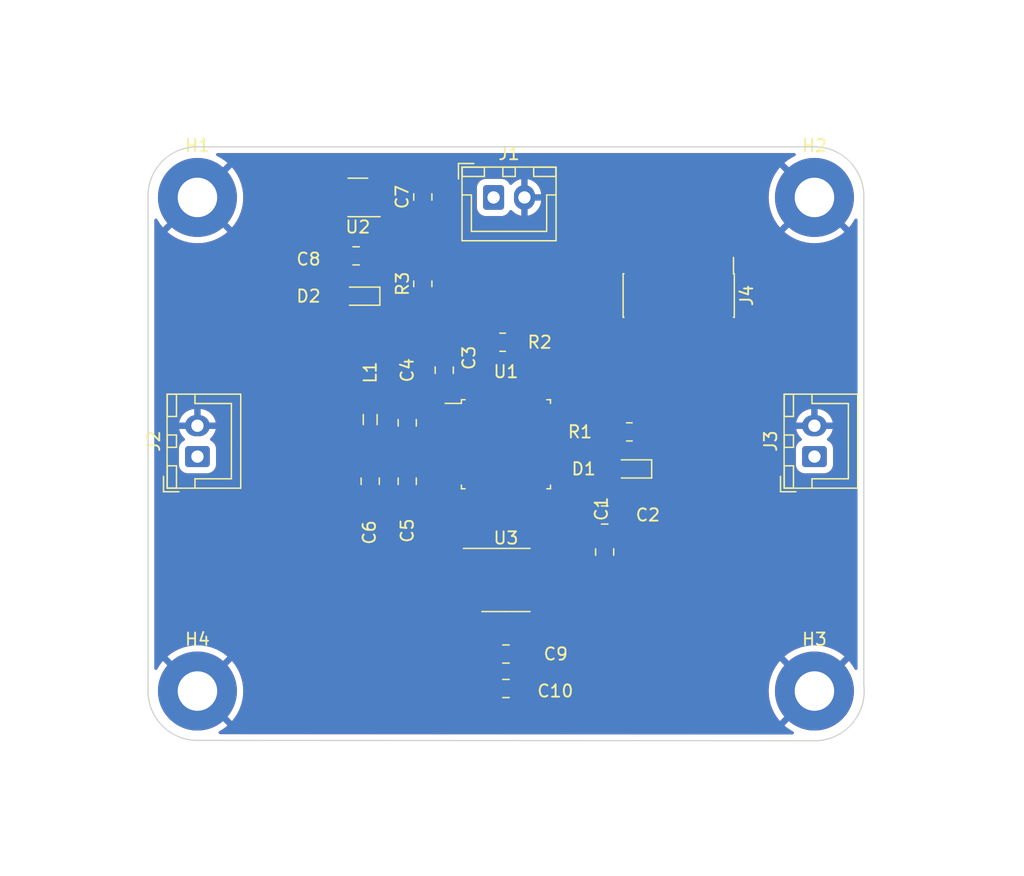
<source format=kicad_pcb>
(kicad_pcb (version 20211014) (generator pcbnew)
  (layers (0 "F.Cu" signal) (31 "B.Cu" signal) (34 "B.Paste" user) (35 "F.Paste" user) (36 "B.SilkS" user "B.Silkscreen") (37 "F.SilkS" user "F.Silkscreen") (38 "B.Mask" user) (39 "F.Mask" user) (44 "Edge.Cuts" user))
  (net 0 "")
  (net 1 "+3.3V")
  (net 2 "GND")
  (net 3 "NRST")
  (net 4 "+3.3VA")
  (net 5 "Net-(C5-Pad2)")
  (net 6 "+5V")
  (net 7 "+3V3")
  (net 8 "LED_STATUS")
  (net 9 "Net-(D2-Pad1)")
  (net 10 "ADC_IN1")
  (net 11 "DAC_OUT")
  (net 14 "SWDIO")
  (net 15 "SWDCK")
  (net 19 "USART2_RX")
  (net 20 "USART2_TX")
  (net 21 "Net-(R2-Pad1)")
  (net 24 "DAC_nLDAC")
  (net 25 "DAC_nCS")
  (net 26 "SPI1_SCK")
  (net 28 "SPI1_MOSI")
  (net 42 "Net-(R1-Pad1)")
  (footprint "Capacitor_SMD:C_0805_2012Metric_Pad1.18x1.45mm_HandSolder" (layer "F.Cu") (at 124 78 -90)
    (fp_text reference "C5" (at 4 0 90) (layer "F.SilkS"))
    (fp_text value "1u")
    (fp_line (start -0.261252 -0.735) (end 0.261252 -0.735) (layer "F.SilkS") (width 0.12))
    (fp_line (start -0.261252 0.735) (end 0.261252 0.735) (layer "F.SilkS") (width 0.12))
    (pad "1" smd roundrect (at -1.0375 0 270) (size 1.175 1.45) (layers "F.Cu" "F.Paste" "F.Mask") (roundrect_rratio 0.212766) (net 4 "+3.3VA"))
    (pad "2" smd roundrect (at 1.0375 0 270) (size 1.175 1.45) (layers "F.Cu" "F.Paste" "F.Mask") (roundrect_rratio 0.212766) (net 5 "Net-(C5-Pad2)"))
  )
  (footprint "Connector_JST:JST_XH_B2B-XH-A_1x02_P2.50mm_Vertical" (layer "F.Cu") (at 131 55)
    (fp_text reference "J1" (at 1.25 -3.55) (layer "F.SilkS"))
    (fp_text value "POWER")
    (fp_line (start -2.85 -2.75) (end -2.85 -1.5) (layer "F.SilkS") (width 0.12))
    (fp_line (start 0.75 -1.7) (end 1.75 -1.7) (layer "F.SilkS") (width 0.12))
    (fp_line (start 4.3 -0.2) (end 4.3 2.75) (layer "F.SilkS") (width 0.12))
    (fp_line (start 0.75 -2.45) (end 0.75 -1.7) (layer "F.SilkS") (width 0.12))
    (fp_line (start -1.6 -2.75) (end -2.85 -2.75) (layer "F.SilkS") (width 0.12))
    (fp_line (start -1.8 2.75) (end 1.25 2.75) (layer "F.SilkS") (width 0.12))
    (fp_line (start -0.75 -2.45) (end -2.55 -2.45) (layer "F.SilkS") (width 0.12))
    (fp_line (start 4.3 2.75) (end 1.25 2.75) (layer "F.SilkS") (width 0.12))
    (fp_line (start -2.56 3.51) (end 5.06 3.51) (layer "F.SilkS") (width 0.12))
    (fp_line (start 5.05 -0.2) (end 4.3 -0.2) (layer "F.SilkS") (width 0.12))
    (fp_line (start 5.06 -2.46) (end -2.56 -2.46) (layer "F.SilkS") (width 0.12))
    (fp_line (start 1.75 -1.7) (end 1.75 -2.45) (layer "F.SilkS") (width 0.12))
    (fp_line (start -2.55 -2.45) (end -2.55 -1.7) (layer "F.SilkS") (width 0.12))
    (fp_line (start 1.75 -2.45) (end 0.75 -2.45) (layer "F.SilkS") (width 0.12))
    (fp_line (start -2.55 -1.7) (end -0.75 -1.7) (layer "F.SilkS") (width 0.12))
    (fp_line (start -1.8 -0.2) (end -1.8 2.75) (layer "F.SilkS") (width 0.12))
    (fp_line (start 3.25 -1.7) (end 5.05 -1.7) (layer "F.SilkS") (width 0.12))
    (fp_line (start 5.05 -2.45) (end 3.25 -2.45) (layer "F.SilkS") (width 0.12))
    (fp_line (start 3.25 -2.45) (end 3.25 -1.7) (layer "F.SilkS") (width 0.12))
    (fp_line (start 5.05 -1.7) (end 5.05 -2.45) (layer "F.SilkS") (width 0.12))
    (fp_line (start -2.56 -2.46) (end -2.56 3.51) (layer "F.SilkS") (width 0.12))
    (fp_line (start 5.06 3.51) (end 5.06 -2.46) (layer "F.SilkS") (width 0.12))
    (fp_line (start -0.75 -1.7) (end -0.75 -2.45) (layer "F.SilkS") (width 0.12))
    (fp_line (start -2.55 -0.2) (end -1.8 -0.2) (layer "F.SilkS") (width 0.12))
    (pad "1" thru_hole roundrect (at 0 0) (size 1.7 2) (drill 1) (layers *.Cu *.Mask) (roundrect_rratio 0.147059) (net 6 "+5V"))
    (pad "2" thru_hole oval (at 2.5 0) (size 1.7 2) (drill 1) (layers *.Cu *.Mask) (net 2 "GND"))
  )
  (footprint "Connector_PinHeader_1.27mm:PinHeader_2x07_P1.27mm_Vertical_SMD" (layer "F.Cu") (at 146 62.95 -90)
    (fp_text reference "J4" (at 0 -5.505 90) (layer "F.SilkS"))
    (fp_text value "Conn_02x07_Odd_Even")
    (fp_line (start -1.765 4.44) (end -1.765 4.505) (layer "F.SilkS") (width 0.12))
    (fp_line (start -1.765 4.505) (end 1.765 4.505) (layer "F.SilkS") (width 0.12))
    (fp_line (start -3.09 -4.44) (end -1.765 -4.44) (layer "F.SilkS") (width 0.12))
    (fp_line (start -1.765 -4.505) (end -1.765 -4.44) (layer "F.SilkS") (width 0.12))
    (fp_line (start -1.765 -4.505) (end 1.765 -4.505) (layer "F.SilkS") (width 0.12))
    (fp_line (start 1.765 -4.505) (end 1.765 -4.44) (layer "F.SilkS") (width 0.12))
    (fp_line (start 1.765 4.44) (end 1.765 4.505) (layer "F.SilkS") (width 0.12))
    (pad "1" smd rect (at -1.95 -3.81 270) (size 2.4 0.74) (layers "F.Cu" "F.Paste" "F.Mask"))
    (pad "2" smd rect (at 1.95 -3.81 270) (size 2.4 0.74) (layers "F.Cu" "F.Paste" "F.Mask"))
    (pad "3" smd rect (at -1.95 -2.54 270) (size 2.4 0.74) (layers "F.Cu" "F.Paste" "F.Mask") (net 1 "+3.3V"))
    (pad "4" smd rect (at 1.95 -2.54 270) (size 2.4 0.74) (layers "F.Cu" "F.Paste" "F.Mask") (net 14 "SWDIO"))
    (pad "5" smd rect (at -1.95 -1.27 270) (size 2.4 0.74) (layers "F.Cu" "F.Paste" "F.Mask") (net 2 "GND"))
    (pad "6" smd rect (at 1.95 -1.27 270) (size 2.4 0.74) (layers "F.Cu" "F.Paste" "F.Mask") (net 15 "SWDCK"))
    (pad "7" smd rect (at -1.95 0 270) (size 2.4 0.74) (layers "F.Cu" "F.Paste" "F.Mask") (net 2 "GND"))
    (pad "8" smd rect (at 1.95 0 270) (size 2.4 0.74) (layers "F.Cu" "F.Paste" "F.Mask"))
    (pad "9" smd rect (at -1.95 1.27 270) (size 2.4 0.74) (layers "F.Cu" "F.Paste" "F.Mask"))
    (pad "10" smd rect (at 1.95 1.27 270) (size 2.4 0.74) (layers "F.Cu" "F.Paste" "F.Mask"))
    (pad "11" smd rect (at -1.95 2.54 270) (size 2.4 0.74) (layers "F.Cu" "F.Paste" "F.Mask") (net 2 "GND"))
    (pad "12" smd rect (at 1.95 2.54 270) (size 2.4 0.74) (layers "F.Cu" "F.Paste" "F.Mask") (net 3 "NRST"))
    (pad "13" smd rect (at -1.95 3.81 270) (size 2.4 0.74) (layers "F.Cu" "F.Paste" "F.Mask") (net 19 "USART2_RX"))
    (pad "14" smd rect (at 1.95 3.81 270) (size 2.4 0.74) (layers "F.Cu" "F.Paste" "F.Mask") (net 20 "USART2_TX"))
  )
  (footprint "Connector_JST:JST_XH_B2B-XH-A_1x02_P2.50mm_Vertical" (layer "F.Cu") (at 157 76 90)
    (fp_text reference "J3" (at 1.25 -3.55 90) (layer "F.SilkS"))
    (fp_text value "OUTPUT")
    (fp_line (start -0.75 -1.7) (end -0.75 -2.45) (layer "F.SilkS") (width 0.12))
    (fp_line (start 5.05 -2.45) (end 3.25 -2.45) (layer "F.SilkS") (width 0.12))
    (fp_line (start 1.75 -1.7) (end 1.75 -2.45) (layer "F.SilkS") (width 0.12))
    (fp_line (start 5.05 -0.2) (end 4.3 -0.2) (layer "F.SilkS") (width 0.12))
    (fp_line (start -0.75 -2.45) (end -2.55 -2.45) (layer "F.SilkS") (width 0.12))
    (fp_line (start -1.8 -0.2) (end -1.8 2.75) (layer "F.SilkS") (width 0.12))
    (fp_line (start -2.56 3.51) (end 5.06 3.51) (layer "F.SilkS") (width 0.12))
    (fp_line (start 5.05 -1.7) (end 5.05 -2.45) (layer "F.SilkS") (width 0.12))
    (fp_line (start 1.75 -2.45) (end 0.75 -2.45) (layer "F.SilkS") (width 0.12))
    (fp_line (start -1.8 2.75) (end 1.25 2.75) (layer "F.SilkS") (width 0.12))
    (fp_line (start 4.3 -0.2) (end 4.3 2.75) (layer "F.SilkS") (width 0.12))
    (fp_line (start -2.55 -1.7) (end -0.75 -1.7) (layer "F.SilkS") (width 0.12))
    (fp_line (start 5.06 3.51) (end 5.06 -2.46) (layer "F.SilkS") (width 0.12))
    (fp_line (start 3.25 -2.45) (end 3.25 -1.7) (layer "F.SilkS") (width 0.12))
    (fp_line (start 4.3 2.75) (end 1.25 2.75) (layer "F.SilkS") (width 0.12))
    (fp_line (start 3.25 -1.7) (end 5.05 -1.7) (layer "F.SilkS") (width 0.12))
    (fp_line (start 0.75 -1.7) (end 1.75 -1.7) (layer "F.SilkS") (width 0.12))
    (fp_line (start -2.55 -0.2) (end -1.8 -0.2) (layer "F.SilkS") (width 0.12))
    (fp_line (start 0.75 -2.45) (end 0.75 -1.7) (layer "F.SilkS") (width 0.12))
    (fp_line (start -2.55 -2.45) (end -2.55 -1.7) (layer "F.SilkS") (width 0.12))
    (fp_line (start -2.85 -2.75) (end -2.85 -1.5) (layer "F.SilkS") (width 0.12))
    (fp_line (start 5.06 -2.46) (end -2.56 -2.46) (layer "F.SilkS") (width 0.12))
    (fp_line (start -2.56 -2.46) (end -2.56 3.51) (layer "F.SilkS") (width 0.12))
    (fp_line (start -1.6 -2.75) (end -2.85 -2.75) (layer "F.SilkS") (width 0.12))
    (pad "1" thru_hole roundrect (at 0 0 90) (size 1.7 2) (drill 1) (layers *.Cu *.Mask) (roundrect_rratio 0.147059) (net 11 "DAC_OUT"))
    (pad "2" thru_hole oval (at 2.5 0 90) (size 1.7 2) (drill 1) (layers *.Cu *.Mask) (net 2 "GND"))
  )
  (footprint "Resistor_SMD:R_0805_2012Metric_Pad1.20x1.40mm_HandSolder" (layer "F.Cu") (at 142 74 180)
    (fp_text reference "R1" (at 4 0) (layer "F.SilkS"))
    (fp_text value "1k")
    (fp_line (start -0.227064 -0.735) (end 0.227064 -0.735) (layer "F.SilkS") (width 0.12))
    (fp_line (start -0.227064 0.735) (end 0.227064 0.735) (layer "F.SilkS") (width 0.12))
    (pad "1" smd roundrect (at -1 0 180) (size 1.2 1.4) (layers "F.Cu" "F.Paste" "F.Mask") (roundrect_rratio 0.208333) (net 42 "Net-(R1-Pad1)"))
    (pad "2" smd roundrect (at 1 0 180) (size 1.2 1.4) (layers "F.Cu" "F.Paste" "F.Mask") (roundrect_rratio 0.208333) (net 2 "GND"))
  )
  (footprint "Capacitor_SMD:C_0805_2012Metric_Pad1.18x1.45mm_HandSolder" (layer "F.Cu") (at 127 69 90)
    (fp_text reference "C3" (at 1 2 90) (layer "F.SilkS"))
    (fp_text value "100n")
    (fp_line (start -0.261252 -0.735) (end 0.261252 -0.735) (layer "F.SilkS") (width 0.12))
    (fp_line (start -0.261252 0.735) (end 0.261252 0.735) (layer "F.SilkS") (width 0.12))
    (pad "1" smd roundrect (at -1.0375 0 90) (size 1.175 1.45) (layers "F.Cu" "F.Paste" "F.Mask") (roundrect_rratio 0.212766) (net 1 "+3.3V"))
    (pad "2" smd roundrect (at 1.0375 0 90) (size 1.175 1.45) (layers "F.Cu" "F.Paste" "F.Mask") (roundrect_rratio 0.212766) (net 2 "GND"))
  )
  (footprint "Capacitor_SMD:C_0805_2012Metric_Pad1.18x1.45mm_HandSolder" (layer "F.Cu") (at 140 80.735 180)
    (fp_text reference "C2" (at -3.5 0) (layer "F.SilkS"))
    (fp_text value "100n")
    (fp_line (start -0.261252 -0.735) (end 0.261252 -0.735) (layer "F.SilkS") (width 0.12))
    (fp_line (start -0.261252 0.735) (end 0.261252 0.735) (layer "F.SilkS") (width 0.12))
    (pad "1" smd roundrect (at -1.0375 0 180) (size 1.175 1.45) (layers "F.Cu" "F.Paste" "F.Mask") (roundrect_rratio 0.212766) (net 1 "+3.3V"))
    (pad "2" smd roundrect (at 1.0375 0 180) (size 1.175 1.45) (layers "F.Cu" "F.Paste" "F.Mask") (roundrect_rratio 0.212766) (net 2 "GND"))
  )
  (footprint "Capacitor_SMD:C_0805_2012Metric_Pad1.18x1.45mm_HandSolder" (layer "F.Cu") (at 140 83.735 -90)
    (fp_text reference "C1" (at -3.5 0.265 90) (layer "F.SilkS"))
    (fp_text value "4u7")
    (fp_line (start -0.261252 -0.735) (end 0.261252 -0.735) (layer "F.SilkS") (width 0.12))
    (fp_line (start -0.261252 0.735) (end 0.261252 0.735) (layer "F.SilkS") (width 0.12))
    (pad "1" smd roundrect (at -1.0375 0 270) (size 1.175 1.45) (layers "F.Cu" "F.Paste" "F.Mask") (roundrect_rratio 0.212766) (net 1 "+3.3V"))
    (pad "2" smd roundrect (at 1.0375 0 270) (size 1.175 1.45) (layers "F.Cu" "F.Paste" "F.Mask") (roundrect_rratio 0.212766) (net 2 "GND"))
  )
  (footprint "Package_TO_SOT_SMD:SOT-23-5" (layer "F.Cu") (at 120 55 180)
    (fp_text reference "U2" (at 0 -2.4) (layer "F.SilkS"))
    (fp_text value "BU33SD5WG-TR")
    (fp_line (start 0 -1.56) (end -1.8 -1.56) (layer "F.SilkS") (width 0.12))
    (fp_line (start 0 1.56) (end 0.8 1.56) (layer "F.SilkS") (width 0.12))
    (fp_line (start 0 -1.56) (end 0.8 -1.56) (layer "F.SilkS") (width 0.12))
    (fp_line (start 0 1.56) (end -0.8 1.56) (layer "F.SilkS") (width 0.12))
    (pad "1" smd roundrect (at -1.1375 -0.95 180) (size 1.325 0.6) (layers "F.Cu" "F.Paste" "F.Mask") (net 6 "+5V"))
    (pad "2" smd roundrect (at -1.1375 0 180) (size 1.325 0.6) (layers "F.Cu" "F.Paste" "F.Mask") (net 2 "GND"))
    (pad "3" smd roundrect (at -1.1375 0.95 180) (size 1.325 0.6) (layers "F.Cu" "F.Paste" "F.Mask") (net 6 "+5V"))
    (pad "4" smd roundrect (at 1.1375 0.95 180) (size 1.325 0.6) (layers "F.Cu" "F.Paste" "F.Mask"))
    (pad "5" smd roundrect (at 1.1375 -0.95 180) (size 1.325 0.6) (layers "F.Cu" "F.Paste" "F.Mask") (net 7 "+3V3"))
  )
  (footprint "Capacitor_SMD:C_0805_2012Metric_Pad1.18x1.45mm_HandSolder" (layer "F.Cu") (at 119.858748 59.735)
    (fp_text reference "C8" (at -3.858748 0.265) (layer "F.SilkS"))
    (fp_text value "1uF")
    (fp_line (start -0.261252 0.735) (end 0.261252 0.735) (layer "F.SilkS") (width 0.12))
    (fp_line (start -0.261252 -0.735) (end 0.261252 -0.735) (layer "F.SilkS") (width 0.12))
    (pad "1" smd roundrect (at -1.0375 0) (size 1.175 1.45) (layers "F.Cu" "F.Paste" "F.Mask") (roundrect_rratio 0.212766) (net 7 "+3V3"))
    (pad "2" smd roundrect (at 1.0375 0) (size 1.175 1.45) (layers "F.Cu" "F.Paste" "F.Mask") (roundrect_rratio 0.212766) (net 2 "GND"))
  )
  (footprint "Capacitor_SMD:C_0805_2012Metric_Pad1.18x1.45mm_HandSolder" (layer "F.Cu") (at 125.265 54.9625 90)
    (fp_text reference "C7" (at 0 -1.68 90) (layer "F.SilkS"))
    (fp_text value "1uF")
    (fp_line (start -0.261252 0.735) (end 0.261252 0.735) (layer "F.SilkS") (width 0.12))
    (fp_line (start -0.261252 -0.735) (end 0.261252 -0.735) (layer "F.SilkS") (width 0.12))
    (pad "1" smd roundrect (at -1.0375 0 90) (size 1.175 1.45) (layers "F.Cu" "F.Paste" "F.Mask") (roundrect_rratio 0.212766) (net 6 "+5V"))
    (pad "2" smd roundrect (at 1.0375 0 90) (size 1.175 1.45) (layers "F.Cu" "F.Paste" "F.Mask") (roundrect_rratio 0.212766) (net 2 "GND"))
  )
  (footprint "Capacitor_SMD:C_0805_2012Metric_Pad1.18x1.45mm_HandSolder" (layer "F.Cu") (at 132 94.795 180)
    (fp_text reference "C10" (at -4 -0.205) (layer "F.SilkS"))
    (fp_text value "10u")
    (fp_line (start -0.261252 0.735) (end 0.261252 0.735) (layer "F.SilkS") (width 0.12))
    (fp_line (start -0.261252 -0.735) (end 0.261252 -0.735) (layer "F.SilkS") (width 0.12))
    (pad "1" smd roundrect (at -1.0375 0 180) (size 1.175 1.45) (layers "F.Cu" "F.Paste" "F.Mask") (roundrect_rratio 0.212766) (net 1 "+3.3V"))
    (pad "2" smd roundrect (at 1.0375 0 180) (size 1.175 1.45) (layers "F.Cu" "F.Paste" "F.Mask") (roundrect_rratio 0.212766) (net 2 "GND"))
  )
  (footprint "Resistor_SMD:R_0805_2012Metric_Pad1.20x1.40mm_HandSolder" (layer "F.Cu") (at 125.265 62 90)
    (fp_text reference "R3" (at 0 -1.65 90) (layer "F.SilkS"))
    (fp_text value "1k")
    (fp_line (start -0.227064 0.735) (end 0.227064 0.735) (layer "F.SilkS") (width 0.12))
    (fp_line (start -0.227064 -0.735) (end 0.227064 -0.735) (layer "F.SilkS") (width 0.12))
    (pad "1" smd roundrect (at -1 0 90) (size 1.2 1.4) (layers "F.Cu" "F.Paste" "F.Mask") (roundrect_rratio 0.208333) (net 9 "Net-(D2-Pad1)"))
    (pad "2" smd roundrect (at 1 0 90) (size 1.2 1.4) (layers "F.Cu" "F.Paste" "F.Mask") (roundrect_rratio 0.208333) (net 2 "GND"))
  )
  (footprint "Package_SO:SOIC-8_3.9x4.9mm_P1.27mm" (layer "F.Cu") (at 132 86)
    (fp_text reference "U3" (at 0 -3.4) (layer "F.SilkS"))
    (fp_text value "MCP4801")
    (fp_line (start 0 -2.56) (end -3.45 -2.56) (layer "F.SilkS") (width 0.12))
    (fp_line (start 0 2.56) (end -1.95 2.56) (layer "F.SilkS") (width 0.12))
    (fp_line (start 0 -2.56) (end 1.95 -2.56) (layer "F.SilkS") (width 0.12))
    (fp_line (start 0 2.56) (end 1.95 2.56) (layer "F.SilkS") (width 0.12))
    (pad "1" smd roundrect (at -2.475 -1.905) (size 1.95 0.6) (layers "F.Cu" "F.Paste" "F.Mask") (net 1 "+3.3V"))
    (pad "2" smd roundrect (at -2.475 -0.635) (size 1.95 0.6) (layers "F.Cu" "F.Paste" "F.Mask") (net 25 "DAC_nCS"))
    (pad "3" smd roundrect (at -2.475 0.635) (size 1.95 0.6) (layers "F.Cu" "F.Paste" "F.Mask") (net 26 "SPI1_SCK"))
    (pad "4" smd roundrect (at -2.475 1.905) (size 1.95 0.6) (layers "F.Cu" "F.Paste" "F.Mask") (net 28 "SPI1_MOSI"))
    (pad "5" smd roundrect (at 2.475 1.905) (size 1.95 0.6) (layers "F.Cu" "F.Paste" "F.Mask") (net 24 "DAC_nLDAC"))
    (pad "6" smd roundrect (at 2.475 0.635) (size 1.95 0.6) (layers "F.Cu" "F.Paste" "F.Mask") (net 1 "+3.3V"))
    (pad "7" smd roundrect (at 2.475 -0.635) (size 1.95 0.6) (layers "F.Cu" "F.Paste" "F.Mask") (net 2 "GND"))
    (pad "8" smd roundrect (at 2.475 -1.905) (size 1.95 0.6) (layers "F.Cu" "F.Paste" "F.Mask") (net 11 "DAC_OUT"))
  )
  (footprint "Resistor_SMD:R_0805_2012Metric_Pad1.20x1.40mm_HandSolder" (layer "F.Cu") (at 131.735 66.735)
    (fp_text reference "R2" (at 3 0) (layer "F.SilkS"))
    (fp_text value "100k")
    (fp_line (start -0.227064 -0.735) (end 0.227064 -0.735) (layer "F.SilkS") (width 0.12))
    (fp_line (start -0.227064 0.735) (end 0.227064 0.735) (layer "F.SilkS") (width 0.12))
    (pad "1" smd roundrect (at -1 0) (size 1.2 1.4) (layers "F.Cu" "F.Paste" "F.Mask") (roundrect_rratio 0.208333) (net 21 "Net-(R2-Pad1)"))
    (pad "2" smd roundrect (at 1 0) (size 1.2 1.4) (layers "F.Cu" "F.Paste" "F.Mask") (roundrect_rratio 0.208333) (net 2 "GND"))
  )
  (footprint "Inductor_SMD:L_0805_2012Metric_Pad1.05x1.20mm_HandSolder" (layer "F.Cu") (at 121 73 90)
    (fp_text reference "L1" (at 3.820484 0 90) (layer "F.SilkS"))
    (fp_text value "39n")
    (fp_line (start -0.410242 -0.56) (end 0.410242 -0.56) (layer "F.SilkS") (width 0.12))
    (fp_line (start -0.410242 0.56) (end 0.410242 0.56) (layer "F.SilkS") (width 0.12))
    (pad "1" smd roundrect (at -1.15 0 90) (size 1.05 1.2) (layers "F.Cu" "F.Paste" "F.Mask") (roundrect_rratio 0.238095) (net 4 "+3.3VA"))
    (pad "2" smd roundrect (at 1.15 0 90) (size 1.05 1.2) (layers "F.Cu" "F.Paste" "F.Mask") (roundrect_rratio 0.238095) (net 1 "+3.3V"))
  )
  (footprint "Package_QFP:LQFP-32_7x7mm_P0.8mm" (layer "F.Cu") (at 132 75)
    (fp_text reference "U1" (at 0 -5.88) (layer "F.SilkS"))
    (fp_text value "STM32L021K4Tx")
    (fp_line (start -3.31 3.61) (end -3.61 3.61) (layer "F.SilkS") (width 0.12))
    (fp_line (start -3.61 3.61) (end -3.61 3.31) (layer "F.SilkS") (width 0.12))
    (fp_line (start 3.61 -3.61) (end 3.61 -3.31) (layer "F.SilkS") (width 0.12))
    (fp_line (start 3.31 3.61) (end 3.61 3.61) (layer "F.SilkS") (width 0.12))
    (fp_line (start 3.31 -3.61) (end 3.61 -3.61) (layer "F.SilkS") (width 0.12))
    (fp_line (start -3.61 -3.61) (end -3.61 -3.31) (layer "F.SilkS") (width 0.12))
    (fp_line (start -3.31 -3.61) (end -3.61 -3.61) (layer "F.SilkS") (width 0.12))
    (fp_line (start 3.61 3.61) (end 3.61 3.31) (layer "F.SilkS") (width 0.12))
    (fp_line (start -3.61 -3.31) (end -4.925 -3.31) (layer "F.SilkS") (width 0.12))
    (pad "1" smd roundrect (at -4.175 -2.8) (size 1.5 0.5) (layers "F.Cu" "F.Paste" "F.Mask") (net 1 "+3.3V"))
    (pad "2" smd roundrect (at -4.175 -2) (size 1.5 0.5) (layers "F.Cu" "F.Paste" "F.Mask"))
    (pad "3" smd roundrect (at -4.175 -1.2) (size 1.5 0.5) (layers "F.Cu" "F.Paste" "F.Mask"))
    (pad "4" smd roundrect (at -4.175 -0.4) (size 1.5 0.5) (layers "F.Cu" "F.Paste" "F.Mask") (net 3 "NRST"))
    (pad "5" smd roundrect (at -4.175 0.4) (size 1.5 0.5) (layers "F.Cu" "F.Paste" "F.Mask") (net 4 "+3.3VA"))
    (pad "6" smd roundrect (at -4.175 1.2) (size 1.5 0.5) (layers "F.Cu" "F.Paste" "F.Mask") (net 19 "USART2_RX"))
    (pad "7" smd roundrect (at -4.175 2) (size 1.5 0.5) (layers "F.Cu" "F.Paste" "F.Mask") (net 10 "ADC_IN1"))
    (pad "8" smd roundrect (at -4.175 2.8) (size 1.5 0.5) (layers "F.Cu" "F.Paste" "F.Mask") (net 20 "USART2_TX"))
    (pad "9" smd roundrect (at -2.8 4.175) (size 0.5 1.5) (layers "F.Cu" "F.Paste" "F.Mask") (net 24 "DAC_nLDAC"))
    (pad "10" smd roundrect (at -2 4.175) (size 0.5 1.5) (layers "F.Cu" "F.Paste" "F.Mask") (net 25 "DAC_nCS"))
    (pad "11" smd roundrect (at -1.2 4.175) (size 0.5 1.5) (layers "F.Cu" "F.Paste" "F.Mask") (net 26 "SPI1_SCK"))
    (pad "12" smd roundrect (at -0.4 4.175) (size 0.5 1.5) (layers "F.Cu" "F.Paste" "F.Mask"))
    (pad "13" smd roundrect (at 0.4 4.175) (size 0.5 1.5) (layers "F.Cu" "F.Paste" "F.Mask") (net 28 "SPI1_MOSI"))
    (pad "14" smd roundrect (at 1.2 4.175) (size 0.5 1.5) (layers "F.Cu" "F.Paste" "F.Mask"))
    (pad "15" smd roundrect (at 2 4.175) (size 0.5 1.5) (layers "F.Cu" "F.Paste" "F.Mask"))
    (pad "16" smd roundrect (at 2.8 4.175) (size 0.5 1.5) (layers "F.Cu" "F.Paste" "F.Mask") (net 2 "GND"))
    (pad "17" smd roundrect (at 4.175 2.8) (size 1.5 0.5) (layers "F.Cu" "F.Paste" "F.Mask") (net 1 "+3.3V"))
    (pad "18" smd roundrect (at 4.175 2) (size 1.5 0.5) (layers "F.Cu" "F.Paste" "F.Mask") (net 8 "LED_STATUS"))
    (pad "19" smd roundrect (at 4.175 1.2) (size 1.5 0.5) (layers "F.Cu" "F.Paste" "F.Mask"))
    (pad "20" smd roundrect (at 4.175 0.4) (size 1.5 0.5) (layers "F.Cu" "F.Paste" "F.Mask"))
    (pad "21" smd roundrect (at 4.175 -0.4) (size 1.5 0.5) (layers "F.Cu" "F.Paste" "F.Mask"))
    (pad "22" smd roundrect (at 4.175 -1.2) (size 1.5 0.5) (layers "F.Cu" "F.Paste" "F.Mask"))
    (pad "23" smd roundrect (at 4.175 -2) (size 1.5 0.5) (layers "F.Cu" "F.Paste" "F.Mask") (net 14 "SWDIO"))
    (pad "24" smd roundrect (at 4.175 -2.8) (size 1.5 0.5) (layers "F.Cu" "F.Paste" "F.Mask") (net 15 "SWDCK"))
    (pad "25" smd roundrect (at 2.8 -4.175) (size 0.5 1.5) (layers "F.Cu" "F.Paste" "F.Mask"))
    (pad "26" smd roundrect (at 2 -4.175) (size 0.5 1.5) (layers "F.Cu" "F.Paste" "F.Mask"))
    (pad "27" smd roundrect (at 1.2 -4.175) (size 0.5 1.5) (layers "F.Cu" "F.Paste" "F.Mask"))
    (pad "28" smd roundrect (at 0.4 -4.175) (size 0.5 1.5) (layers "F.Cu" "F.Paste" "F.Mask"))
    (pad "29" smd roundrect (at -0.4 -4.175) (size 0.5 1.5) (layers "F.Cu" "F.Paste" "F.Mask"))
    (pad "30" smd roundrect (at -1.2 -4.175) (size 0.5 1.5) (layers "F.Cu" "F.Paste" "F.Mask"))
    (pad "31" smd roundrect (at -2 -4.175) (size 0.5 1.5) (layers "F.Cu" "F.Paste" "F.Mask") (net 21 "Net-(R2-Pad1)"))
    (pad "32" smd roundrect (at -2.8 -4.175) (size 0.5 1.5) (layers "F.Cu" "F.Paste" "F.Mask") (net 2 "GND"))
  )
  (footprint "Capacitor_SMD:C_0805_2012Metric_Pad1.18x1.45mm_HandSolder" (layer "F.Cu") (at 121 78 -90)
    (fp_text reference "C6" (at 4.15 0.07 90) (layer "F.SilkS"))
    (fp_text value "10n")
    (fp_line (start -0.261252 0.735) (end 0.261252 0.735) (layer "F.SilkS") (width 0.12))
    (fp_line (start -0.261252 -0.735) (end 0.261252 -0.735) (layer "F.SilkS") (width 0.12))
    (pad "1" smd roundrect (at -1.0375 0 270) (size 1.175 1.45) (layers "F.Cu" "F.Paste" "F.Mask") (roundrect_rratio 0.212766) (net 4 "+3.3VA"))
    (pad "2" smd roundrect (at 1.0375 0 270) (size 1.175 1.45) (layers "F.Cu" "F.Paste" "F.Mask") (roundrect_rratio 0.212766) (net 5 "Net-(C5-Pad2)"))
  )
  (footprint "LED_SMD:LED_0603_1608Metric_Pad1.05x0.95mm_HandSolder" (layer "F.Cu") (at 142.15 77 180)
    (fp_text reference "D1" (at 3.85 0) (layer "F.SilkS"))
    (fp_text value "DIODE")
    (fp_line (start 0.8 -0.735) (end -1.66 -0.735) (layer "F.SilkS") (width 0.12))
    (fp_line (start -1.66 0.735) (end 0.8 0.735) (layer "F.SilkS") (width 0.12))
    (fp_line (start -1.66 -0.735) (end -1.66 0.735) (layer "F.SilkS") (width 0.12))
    (pad "1" smd roundrect (at -0.875 0 180) (size 1.05 0.95) (layers "F.Cu" "F.Paste" "F.Mask") (net 42 "Net-(R1-Pad1)"))
    (pad "2" smd roundrect (at 0.875 0 180) (size 1.05 0.95) (layers "F.Cu" "F.Paste" "F.Mask") (net 8 "LED_STATUS"))
  )
  (footprint "MountingHole:MountingHole_3.2mm_M3_Pad" (layer "F.Cu") (at 157 55)
    (fp_text reference "H2" (at 0 -4.2) (layer "F.SilkS"))
    (fp_text value "MountingHole_Pad")
    (pad "1" thru_hole circle (at 0 0) (size 6.4 6.4) (drill 3.2) (layers *.Cu *.Mask) (net 2 "GND"))
  )
  (footprint "MountingHole:MountingHole_3.2mm_M3_Pad" (layer "F.Cu") (at 107 55)
    (fp_text reference "H1" (at 0 -4.2) (layer "F.SilkS"))
    (fp_text value "MountingHole_Pad")
    (pad "1" thru_hole circle (at 0 0) (size 6.4 6.4) (drill 3.2) (layers *.Cu *.Mask) (net 2 "GND"))
  )
  (footprint "Connector_JST:JST_XH_B2B-XH-A_1x02_P2.50mm_Vertical" (layer "F.Cu") (at 107 76 90)
    (fp_text reference "J2" (at 1.25 -3.55 90) (layer "F.SilkS"))
    (fp_text value "INPUT")
    (fp_line (start 5.05 -2.45) (end 3.25 -2.45) (layer "F.SilkS") (width 0.12))
    (fp_line (start -1.8 -0.2) (end -1.8 2.75) (layer "F.SilkS") (width 0.12))
    (fp_line (start 5.06 -2.46) (end -2.56 -2.46) (layer "F.SilkS") (width 0.12))
    (fp_line (start -2.85 -2.75) (end -2.85 -1.5) (layer "F.SilkS") (width 0.12))
    (fp_line (start 0.75 -2.45) (end 0.75 -1.7) (layer "F.SilkS") (width 0.12))
    (fp_line (start 3.25 -2.45) (end 3.25 -1.7) (layer "F.SilkS") (width 0.12))
    (fp_line (start 5.05 -0.2) (end 4.3 -0.2) (layer "F.SilkS") (width 0.12))
    (fp_line (start 4.3 2.75) (end 1.25 2.75) (layer "F.SilkS") (width 0.12))
    (fp_line (start -0.75 -2.45) (end -2.55 -2.45) (layer "F.SilkS") (width 0.12))
    (fp_line (start -2.55 -2.45) (end -2.55 -1.7) (layer "F.SilkS") (width 0.12))
    (fp_line (start -1.8 2.75) (end 1.25 2.75) (layer "F.SilkS") (width 0.12))
    (fp_line (start 0.75 -1.7) (end 1.75 -1.7) (layer "F.SilkS") (width 0.12))
    (fp_line (start -2.56 -2.46) (end -2.56 3.51) (layer "F.SilkS") (width 0.12))
    (fp_line (start 3.25 -1.7) (end 5.05 -1.7) (layer "F.SilkS") (width 0.12))
    (fp_line (start 1.75 -1.7) (end 1.75 -2.45) (layer "F.SilkS") (width 0.12))
    (fp_line (start 5.05 -1.7) (end 5.05 -2.45) (layer "F.SilkS") (width 0.12))
    (fp_line (start -2.55 -1.7) (end -0.75 -1.7) (layer "F.SilkS") (width 0.12))
    (fp_line (start -0.75 -1.7) (end -0.75 -2.45) (layer "F.SilkS") (width 0.12))
    (fp_line (start 1.75 -2.45) (end 0.75 -2.45) (layer "F.SilkS") (width 0.12))
    (fp_line (start -2.56 3.51) (end 5.06 3.51) (layer "F.SilkS") (width 0.12))
    (fp_line (start 5.06 3.51) (end 5.06 -2.46) (layer "F.SilkS") (width 0.12))
    (fp_line (start -2.55 -0.2) (end -1.8 -0.2) (layer "F.SilkS") (width 0.12))
    (fp_line (start -1.6 -2.75) (end -2.85 -2.75) (layer "F.SilkS") (width 0.12))
    (fp_line (start 4.3 -0.2) (end 4.3 2.75) (layer "F.SilkS") (width 0.12))
    (pad "1" thru_hole roundrect (at 0 0 90) (size 1.7 2) (drill 1) (layers *.Cu *.Mask) (roundrect_rratio 0.147059) (net 10 "ADC_IN1"))
    (pad "2" thru_hole oval (at 2.5 0 90) (size 1.7 2) (drill 1) (layers *.Cu *.Mask) (net 2 "GND"))
  )
  (footprint "MountingHole:MountingHole_3.2mm_M3_Pad" (layer "F.Cu") (at 157 95)
    (fp_text reference "H3" (at 0 -4.2) (layer "F.SilkS"))
    (fp_text value "MountingHole_Pad")
    (pad "1" thru_hole circle (at 0 0) (size 6.4 6.4) (drill 3.2) (layers *.Cu *.Mask) (net 2 "GND"))
  )
  (footprint "LED_SMD:LED_0603_1608Metric_Pad1.05x0.95mm_HandSolder" (layer "F.Cu") (at 120.125 63 180)
    (fp_text reference "D2" (at 4.125 0) (layer "F.SilkS"))
    (fp_text value "LED")
    (fp_line (start 0.8 -0.735) (end -1.66 -0.735) (layer "F.SilkS") (width 0.12))
    (fp_line (start -1.66 0.735) (end 0.8 0.735) (layer "F.SilkS") (width 0.12))
    (fp_line (start -1.66 -0.735) (end -1.66 0.735) (layer "F.SilkS") (width 0.12))
    (pad "1" smd roundrect (at -0.875 0 180) (size 1.05 0.95) (layers "F.Cu" "F.Paste" "F.Mask") (net 9 "Net-(D2-Pad1)"))
    (pad "2" smd roundrect (at 0.875 0 180) (size 1.05 0.95) (layers "F.Cu" "F.Paste" "F.Mask") (net 7 "+3V3"))
  )
  (footprint "MountingHole:MountingHole_3.2mm_M3_Pad" (layer "F.Cu") (at 107 95)
    (fp_text reference "H4" (at 0 -4.2) (layer "F.SilkS"))
    (fp_text value "MountingHole_Pad")
    (pad "1" thru_hole circle (at 0 0) (size 6.4 6.4) (drill 3.2) (layers *.Cu *.Mask) (net 2 "GND"))
  )
  (footprint "Capacitor_SMD:C_0805_2012Metric_Pad1.18x1.45mm_HandSolder" (layer "F.Cu") (at 132 92 180)
    (fp_text reference "C9" (at -4.0375 0) (layer "F.SilkS"))
    (fp_text value "100n")
    (fp_line (start -0.261252 -0.735) (end 0.261252 -0.735) (layer "F.SilkS") (width 0.12))
    (fp_line (start -0.261252 0.735) (end 0.261252 0.735) (layer "F.SilkS") (width 0.12))
    (pad "1" smd roundrect (at -1.0375 0 180) (size 1.175 1.45) (layers "F.Cu" "F.Paste" "F.Mask") (roundrect_rratio 0.212766) (net 1 "+3.3V"))
    (pad "2" smd roundrect (at 1.0375 0 180) (size 1.175 1.45) (layers "F.Cu" "F.Paste" "F.Mask") (roundrect_rratio 0.212766) (net 2 "GND"))
  )
  (footprint "Capacitor_SMD:C_0805_2012Metric_Pad1.18x1.45mm_HandSolder" (layer "F.Cu") (at 124 73.261252 90)
    (fp_text reference "C4" (at 4.261252 0 90) (layer "F.SilkS"))
    (fp_text value "100n")
    (fp_line (start -0.261252 -0.735) (end 0.261252 -0.735) (layer "F.SilkS") (width 0.12))
    (fp_line (start -0.261252 0.735) (end 0.261252 0.735) (layer "F.SilkS") (width 0.12))
    (pad "1" smd roundrect (at -1.0375 0 90) (size 1.175 1.45) (layers "F.Cu" "F.Paste" "F.Mask") (roundrect_rratio 0.212766) (net 3 "NRST"))
    (pad "2" smd roundrect (at 1.0375 0 90) (size 1.175 1.45) (layers "F.Cu" "F.Paste" "F.Mask") (roundrect_rratio 0.212766) (net 2 "GND"))
  )
  (gr_line (start 107 50.897357) (end 157 50.897357) (layer "Edge.Cuts") (width 0.1))
  (gr_arc (start 107 99) (mid 104.168175 97.830286) (end 102.994744 95) (layer "Edge.Cuts") (width 0.1))
  (gr_arc (start 160.999999 94.5) (mid 160.089396 97.589522) (end 157.206457 99.025838) (layer "Edge.Cuts") (width 0.1))
  (gr_line (start 103 55) (end 103 95) (layer "Edge.Cuts") (width 0.1))
  (gr_arc (start 157 50.897357) (mid 159.864946 52.105372) (end 161 55) (layer "Edge.Cuts") (width 0.1))
  (gr_line (start 107 99) (end 157.206457 99.025838) (layer "Edge.Cuts") (width 0.1))
  (gr_line (start 160.999999 94.5) (end 161 55) (layer "Edge.Cuts") (width 0.1))
  (gr_arc (start 103 55) (mid 104.125185 52.09575) (end 107 50.897357) (layer "Edge.Cuts") (width 0.1))
  (zone (net 2) (net_name "GND") (layer "F.Cu") (connect_pads (clearance 0.508)) (min_thickness 0.254) (fill yes (thermal_gap 0.508) (thermal_bridge_width 0.508))
    (polygon (pts (xy 166 105) (xy 96 105) (xy 96 44) (xy 166 44)))
  )
  (zone (net 2) (net_name "GND") (layer "B.Cu") (connect_pads (clearance 0.508)) (min_thickness 0.254) (fill yes (thermal_gap 0.508) (thermal_bridge_width 0.508))
    (polygon (pts (xy 174 110) (xy 91 110) (xy 91 39) (xy 174 39)))
  )
)
</source>
